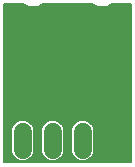
<source format=gbl>
G75*
G70*
%OFA0B0*%
%FSLAX24Y24*%
%IPPOS*%
%LPD*%
%AMOC8*
5,1,8,0,0,1.08239X$1,22.5*
%
%ADD10C,0.0600*%
%ADD11C,0.0060*%
%ADD12OC8,0.0356*%
D10*
X001687Y001124D02*
X001687Y001724D01*
X002687Y001724D02*
X002687Y001124D01*
X003687Y001124D02*
X003687Y001724D01*
X004687Y001724D02*
X004687Y001124D01*
D11*
X005307Y000704D02*
X001067Y000704D01*
X001067Y005961D01*
X001712Y005961D01*
X001886Y005889D01*
X002188Y005889D01*
X002362Y005961D01*
X004012Y005961D01*
X004186Y005889D01*
X004488Y005889D01*
X004662Y005961D01*
X005307Y005961D01*
X005307Y000704D01*
X005307Y000758D02*
X003823Y000758D01*
X003764Y000734D02*
X003908Y000793D01*
X004018Y000903D01*
X004077Y001046D01*
X004077Y001802D01*
X004018Y001945D01*
X003908Y002055D01*
X003764Y002114D01*
X003609Y002114D01*
X003466Y002055D01*
X003356Y001945D01*
X003297Y001802D01*
X003297Y001046D01*
X003356Y000903D01*
X003466Y000793D01*
X003609Y000734D01*
X003764Y000734D01*
X003931Y000817D02*
X005307Y000817D01*
X005307Y000875D02*
X003990Y000875D01*
X004030Y000934D02*
X005307Y000934D01*
X005307Y000992D02*
X004054Y000992D01*
X004077Y001051D02*
X005307Y001051D01*
X005307Y001110D02*
X004077Y001110D01*
X004077Y001168D02*
X005307Y001168D01*
X005307Y001227D02*
X004077Y001227D01*
X004077Y001285D02*
X005307Y001285D01*
X005307Y001344D02*
X004077Y001344D01*
X004077Y001402D02*
X005307Y001402D01*
X005307Y001461D02*
X004077Y001461D01*
X004077Y001519D02*
X005307Y001519D01*
X005307Y001578D02*
X004077Y001578D01*
X004077Y001636D02*
X005307Y001636D01*
X005307Y001695D02*
X004077Y001695D01*
X004077Y001754D02*
X005307Y001754D01*
X005307Y001812D02*
X004073Y001812D01*
X004048Y001871D02*
X005307Y001871D01*
X005307Y001929D02*
X004024Y001929D01*
X003975Y001988D02*
X005307Y001988D01*
X005307Y002046D02*
X003916Y002046D01*
X003787Y002105D02*
X005307Y002105D01*
X005307Y002163D02*
X001067Y002163D01*
X001067Y002105D02*
X001587Y002105D01*
X001609Y002114D02*
X001466Y002055D01*
X001356Y001945D01*
X001297Y001802D01*
X001297Y001046D01*
X001356Y000903D01*
X001466Y000793D01*
X001609Y000734D01*
X001764Y000734D01*
X001908Y000793D01*
X002018Y000903D01*
X002077Y001046D01*
X002077Y001802D01*
X002018Y001945D01*
X001908Y002055D01*
X001764Y002114D01*
X001609Y002114D01*
X001458Y002046D02*
X001067Y002046D01*
X001067Y001988D02*
X001399Y001988D01*
X001350Y001929D02*
X001067Y001929D01*
X001067Y001871D02*
X001326Y001871D01*
X001301Y001812D02*
X001067Y001812D01*
X001067Y001754D02*
X001297Y001754D01*
X001297Y001695D02*
X001067Y001695D01*
X001067Y001636D02*
X001297Y001636D01*
X001297Y001578D02*
X001067Y001578D01*
X001067Y001519D02*
X001297Y001519D01*
X001297Y001461D02*
X001067Y001461D01*
X001067Y001402D02*
X001297Y001402D01*
X001297Y001344D02*
X001067Y001344D01*
X001067Y001285D02*
X001297Y001285D01*
X001297Y001227D02*
X001067Y001227D01*
X001067Y001168D02*
X001297Y001168D01*
X001297Y001110D02*
X001067Y001110D01*
X001067Y001051D02*
X001297Y001051D01*
X001319Y000992D02*
X001067Y000992D01*
X001067Y000934D02*
X001344Y000934D01*
X001384Y000875D02*
X001067Y000875D01*
X001067Y000817D02*
X001443Y000817D01*
X001551Y000758D02*
X001067Y000758D01*
X001823Y000758D02*
X002551Y000758D01*
X002609Y000734D02*
X002466Y000793D01*
X002356Y000903D01*
X002297Y001046D01*
X002297Y001802D01*
X002356Y001945D01*
X002466Y002055D01*
X002609Y002114D01*
X002764Y002114D01*
X002908Y002055D01*
X003018Y001945D01*
X003077Y001802D01*
X003077Y001046D01*
X003018Y000903D01*
X002908Y000793D01*
X002764Y000734D01*
X002609Y000734D01*
X002443Y000817D02*
X001931Y000817D01*
X001990Y000875D02*
X002384Y000875D01*
X002344Y000934D02*
X002030Y000934D01*
X002054Y000992D02*
X002319Y000992D01*
X002297Y001051D02*
X002077Y001051D01*
X002077Y001110D02*
X002297Y001110D01*
X002297Y001168D02*
X002077Y001168D01*
X002077Y001227D02*
X002297Y001227D01*
X002297Y001285D02*
X002077Y001285D01*
X002077Y001344D02*
X002297Y001344D01*
X002297Y001402D02*
X002077Y001402D01*
X002077Y001461D02*
X002297Y001461D01*
X002297Y001519D02*
X002077Y001519D01*
X002077Y001578D02*
X002297Y001578D01*
X002297Y001636D02*
X002077Y001636D01*
X002077Y001695D02*
X002297Y001695D01*
X002297Y001754D02*
X002077Y001754D01*
X002073Y001812D02*
X002301Y001812D01*
X002326Y001871D02*
X002048Y001871D01*
X002024Y001929D02*
X002350Y001929D01*
X002399Y001988D02*
X001975Y001988D01*
X001916Y002046D02*
X002458Y002046D01*
X002587Y002105D02*
X001787Y002105D01*
X001067Y002222D02*
X005307Y002222D01*
X005307Y002280D02*
X001067Y002280D01*
X001067Y002339D02*
X005307Y002339D01*
X005307Y002397D02*
X001067Y002397D01*
X001067Y002456D02*
X005307Y002456D01*
X005307Y002515D02*
X001067Y002515D01*
X001067Y002573D02*
X005307Y002573D01*
X005307Y002632D02*
X001067Y002632D01*
X001067Y002690D02*
X005307Y002690D01*
X005307Y002749D02*
X001067Y002749D01*
X001067Y002807D02*
X005307Y002807D01*
X005307Y002866D02*
X001067Y002866D01*
X001067Y002924D02*
X005307Y002924D01*
X005307Y002983D02*
X001067Y002983D01*
X001067Y003041D02*
X005307Y003041D01*
X005307Y003100D02*
X001067Y003100D01*
X001067Y003159D02*
X005307Y003159D01*
X005307Y003217D02*
X001067Y003217D01*
X001067Y003276D02*
X005307Y003276D01*
X005307Y003334D02*
X001067Y003334D01*
X001067Y003393D02*
X005307Y003393D01*
X005307Y003451D02*
X001067Y003451D01*
X001067Y003510D02*
X005307Y003510D01*
X005307Y003568D02*
X001067Y003568D01*
X001067Y003627D02*
X005307Y003627D01*
X005307Y003685D02*
X001067Y003685D01*
X001067Y003744D02*
X005307Y003744D01*
X005307Y003803D02*
X001067Y003803D01*
X001067Y003861D02*
X005307Y003861D01*
X005307Y003920D02*
X001067Y003920D01*
X001067Y003978D02*
X005307Y003978D01*
X005307Y004037D02*
X001067Y004037D01*
X001067Y004095D02*
X005307Y004095D01*
X005307Y004154D02*
X001067Y004154D01*
X001067Y004212D02*
X005307Y004212D01*
X005307Y004271D02*
X001067Y004271D01*
X001067Y004329D02*
X005307Y004329D01*
X005307Y004388D02*
X001067Y004388D01*
X001067Y004446D02*
X005307Y004446D01*
X005307Y004505D02*
X001067Y004505D01*
X001067Y004564D02*
X005307Y004564D01*
X005307Y004622D02*
X001067Y004622D01*
X001067Y004681D02*
X005307Y004681D01*
X005307Y004739D02*
X001067Y004739D01*
X001067Y004798D02*
X005307Y004798D01*
X005307Y004856D02*
X001067Y004856D01*
X001067Y004915D02*
X005307Y004915D01*
X005307Y004973D02*
X001067Y004973D01*
X001067Y005032D02*
X005307Y005032D01*
X005307Y005090D02*
X001067Y005090D01*
X001067Y005149D02*
X005307Y005149D01*
X005307Y005208D02*
X001067Y005208D01*
X001067Y005266D02*
X005307Y005266D01*
X005307Y005325D02*
X001067Y005325D01*
X001067Y005383D02*
X005307Y005383D01*
X005307Y005442D02*
X001067Y005442D01*
X001067Y005500D02*
X005307Y005500D01*
X005307Y005559D02*
X001067Y005559D01*
X001067Y005617D02*
X005307Y005617D01*
X005307Y005676D02*
X001067Y005676D01*
X001067Y005734D02*
X005307Y005734D01*
X005307Y005793D02*
X001067Y005793D01*
X001067Y005852D02*
X005307Y005852D01*
X005307Y005910D02*
X004539Y005910D01*
X004135Y005910D02*
X002239Y005910D01*
X001835Y005910D02*
X001067Y005910D01*
X002787Y002105D02*
X003587Y002105D01*
X003458Y002046D02*
X002916Y002046D01*
X002975Y001988D02*
X003399Y001988D01*
X003350Y001929D02*
X003024Y001929D01*
X003048Y001871D02*
X003326Y001871D01*
X003301Y001812D02*
X003073Y001812D01*
X003077Y001754D02*
X003297Y001754D01*
X003297Y001695D02*
X003077Y001695D01*
X003077Y001636D02*
X003297Y001636D01*
X003297Y001578D02*
X003077Y001578D01*
X003077Y001519D02*
X003297Y001519D01*
X003297Y001461D02*
X003077Y001461D01*
X003077Y001402D02*
X003297Y001402D01*
X003297Y001344D02*
X003077Y001344D01*
X003077Y001285D02*
X003297Y001285D01*
X003297Y001227D02*
X003077Y001227D01*
X003077Y001168D02*
X003297Y001168D01*
X003297Y001110D02*
X003077Y001110D01*
X003077Y001051D02*
X003297Y001051D01*
X003319Y000992D02*
X003054Y000992D01*
X003030Y000934D02*
X003344Y000934D01*
X003384Y000875D02*
X002990Y000875D01*
X002931Y000817D02*
X003443Y000817D01*
X003551Y000758D02*
X002823Y000758D01*
D12*
X002837Y005174D03*
M02*

</source>
